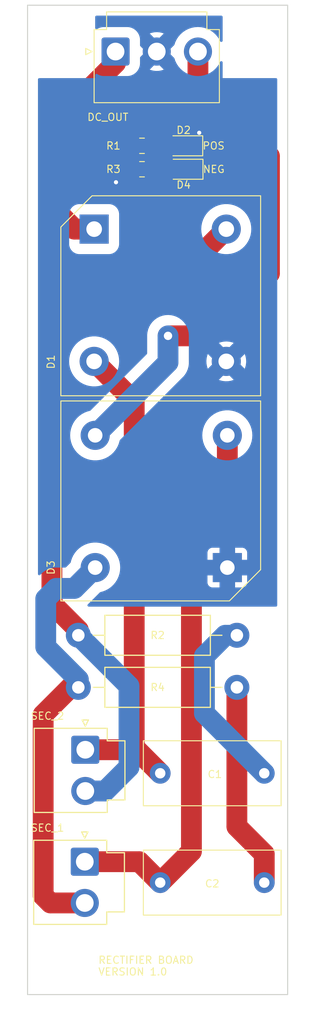
<source format=kicad_pcb>
(kicad_pcb (version 20211014) (generator pcbnew)
  (layers (0 "F.Cu" signal) (31 "B.Cu" signal) (34 "B.Paste" user) (35 "F.Paste" user) (36 "B.SilkS" user "B.Silkscreen") (37 "F.SilkS" user "F.Silkscreen") (38 "B.Mask" user) (39 "F.Mask" user) (44 "Edge.Cuts" user))
  (net 0 "")
  (net 1 "PGND")
  (net 2 "VPOUT")
  (net 3 "VPOS")
  (net 4 "VNEGNEG")
  (net 5 "Net-(C1-Pad2)")
  (net 6 "VMOUT")
  (net 7 "Net-(C2-Pad2)")
  (net 8 "Net-(D2-Pad2)")
  (net 9 "VNEG")
  (net 10 "VPOSNEG")
  (net 11 "Net-(D4-Pad2)")
  (footprint "LED_SMD:LED_0805_2012Metric_Pad1.15x1.40mm_HandSolder" (layer "F.Cu") (at 115 75.75 180)
    (fp_text reference "D4" (at 0 -1.5 unlocked) (layer "F.SilkS") (effects (font (size 0.7 0.7) (thickness 0.1))))
    (fp_text value "BLUE")
    (fp_line (start -1.86 -0.96) (end -1.86 0.96) (layer "F.SilkS") (width 0.1))
    (fp_line (start -1.86 0.96) (end 1 0.96) (layer "F.SilkS") (width 0.1))
    (fp_line (start 1 -0.96) (end -1.86 -0.96) (layer "F.SilkS") (width 0.1))
    (pad "1" smd roundrect (at -1.025 0 180) (size 1.15 1.4) (layers "F.Cu" "F.Paste" "F.Mask") (roundrect_rratio 0.2173913043) (net 6 "VMOUT"))
    (pad "2" smd roundrect (at 1.025 0 180) (size 1.15 1.4) (layers "F.Cu" "F.Paste" "F.Mask") (roundrect_rratio 0.2173913043) (net 11 "Net-(D4-Pad2)"))
  )
  (footprint "MountingHole:MountingHole_3.2mm_M3" (layer "F.Cu") (at 122.5 63)
    (fp_text reference "H4" hide)
    (fp_text value "MountingHole")
    (pad "" np_thru_hole circle (at 0 0) (size 3.2 3.2) (drill 3.2) (layers *.Cu *.Mask))
  )
  (footprint "Connector_JST:JST_VH_B2P-VH-B_1x02_P3.96mm_Vertical" (layer "F.Cu") (at 105.5 142.2425 -90)
    (fp_text reference "J3" hide)
    (fp_text value "Conn_01x02_Male")
    (fp_line (start 4.82 -2.11) (end 6.02 -2.11) (layer "F.SilkS") (width 0.12))
    (fp_line (start 6.02 -2.11) (end 6.02 4.91) (layer "F.SilkS") (width 0.12))
    (fp_line (start 6.02 4.91) (end -2.06 4.91) (layer "F.SilkS") (width 0.12))
    (fp_line (start -2.06 -2.11) (end -0.86 -2.11) (layer "F.SilkS") (width 0.12))
    (fp_line (start -0.86 -3.81) (end 4.82 -3.81) (layer "F.SilkS") (width 0.12))
    (fp_line (start -2.86 -0.3) (end -2.26 0) (layer "F.SilkS") (width 0.12))
    (fp_line (start -2.06 4.91) (end -2.06 -2.11) (layer "F.SilkS") (width 0.12))
    (fp_line (start -2.26 0) (end -2.86 0.3) (layer "F.SilkS") (width 0.12))
    (fp_line (start -2.86 0.3) (end -2.86 -0.3) (layer "F.SilkS") (width 0.12))
    (fp_line (start -0.86 -2.11) (end -0.86 -3.81) (layer "F.SilkS") (width 0.12))
    (fp_line (start 4.82 -3.81) (end 4.82 -2.11) (layer "F.SilkS") (width 0.12))
    (pad "1" thru_hole roundrect (at 0 0 270) (size 2.7 2.7) (drill 1.7) (layers *.Cu *.Mask) (roundrect_rratio 0.09259296296) (net 9 "VNEG"))
    (pad "2" thru_hole circle (at 3.96 0 270) (size 2.7 2.7) (drill 1.7) (layers *.Cu *.Mask) (net 4 "VNEGNEG"))
  )
  (footprint "MountingHole:MountingHole_3.2mm_M3" (layer "F.Cu") (at 102.5 152.5)
    (fp_text reference "H2" hide)
    (fp_text value "MountingHole")
    (pad "" np_thru_hole circle (at 0 0) (size 3.2 3.2) (drill 3.2) (layers *.Cu *.Mask))
  )
  (footprint "Resistor_THT:R_Axial_DIN0411_L9.9mm_D3.6mm_P15.24mm_Horizontal" (layer "F.Cu") (at 120.12 120.5 180)
    (fp_text reference "R2" (at 7.62 0 unlocked) (layer "F.SilkS") (effects (font (size 0.7 0.7) (thickness 0.1))))
    (fp_text value "10R")
    (fp_line (start 12.69 -1.92) (end 2.55 -1.92) (layer "F.SilkS") (width 0.12))
    (fp_line (start 2.55 1.92) (end 12.69 1.92) (layer "F.SilkS") (width 0.12))
    (fp_line (start 2.55 -1.92) (end 2.55 1.92) (layer "F.SilkS") (width 0.12))
    (fp_line (start 1.44 0) (end 2.55 0) (layer "F.SilkS") (width 0.12))
    (fp_line (start 12.69 1.92) (end 12.69 -1.92) (layer "F.SilkS") (width 0.12))
    (fp_line (start 13.8 0) (end 12.69 0) (layer "F.SilkS") (width 0.12))
    (pad "1" thru_hole circle (at 0 0 180) (size 2.4 2.4) (drill 1.2) (layers *.Cu *.Mask) (net 5 "Net-(C1-Pad2)"))
    (pad "2" thru_hole oval (at 15.24 0 180) (size 2.4 2.4) (drill 1.2) (layers *.Cu *.Mask) (net 10 "VPOSNEG"))
  )
  (footprint "Capacitor_THT:C_Rect_L13.0mm_W6.0mm_P10.00mm_FKS3_FKP3_MKS4" (layer "F.Cu") (at 112.75 133.75)
    (fp_text reference "C1" (at 5.25 0.1 unlocked) (layer "F.SilkS") (effects (font (size 0.7 0.7) (thickness 0.1))))
    (fp_text value "100N")
    (fp_line (start -1.62 -3.12) (end -1.62 3.12) (layer "F.SilkS") (width 0.1))
    (fp_line (start -1.62 -3.12) (end 11.62 -3.12) (layer "F.SilkS") (width 0.1))
    (fp_line (start 11.62 -3.12) (end 11.62 3.12) (layer "F.SilkS") (width 0.1))
    (fp_line (start -1.62 3.12) (end 11.62 3.12) (layer "F.SilkS") (width 0.1))
    (pad "1" thru_hole circle (at 0 0) (size 2 2) (drill 1) (layers *.Cu *.Mask) (net 3 "VPOS"))
    (pad "2" thru_hole circle (at 10 0) (size 2 2) (drill 1) (layers *.Cu *.Mask) (net 5 "Net-(C1-Pad2)"))
  )
  (footprint "Connector_JST:JST_VH_B2P-VH-B_1x02_P3.96mm_Vertical" (layer "F.Cu") (at 105.55 131.4925 -90)
    (fp_text reference "J2" hide)
    (fp_text value "Conn_01x02_Male")
    (fp_line (start -0.86 -3.81) (end 4.82 -3.81) (layer "F.SilkS") (width 0.12))
    (fp_line (start -2.06 -2.11) (end -0.86 -2.11) (layer "F.SilkS") (width 0.12))
    (fp_line (start -2.86 -0.3) (end -2.26 0) (layer "F.SilkS") (width 0.12))
    (fp_line (start 6.02 4.91) (end -2.06 4.91) (layer "F.SilkS") (width 0.12))
    (fp_line (start 6.02 -2.11) (end 6.02 4.91) (layer "F.SilkS") (width 0.12))
    (fp_line (start -2.26 0) (end -2.86 0.3) (layer "F.SilkS") (width 0.12))
    (fp_line (start 4.82 -2.11) (end 6.02 -2.11) (layer "F.SilkS") (width 0.12))
    (fp_line (start -2.86 0.3) (end -2.86 -0.3) (layer "F.SilkS") (width 0.12))
    (fp_line (start -2.06 4.91) (end -2.06 -2.11) (layer "F.SilkS") (width 0.12))
    (fp_line (start 4.82 -3.81) (end 4.82 -2.11) (layer "F.SilkS") (width 0.12))
    (fp_line (start -0.86 -2.11) (end -0.86 -3.81) (layer "F.SilkS") (width 0.12))
    (pad "1" thru_hole roundrect (at 0 0 270) (size 2.7 2.7) (drill 1.7) (layers *.Cu *.Mask) (roundrect_rratio 0.09259296296) (net 3 "VPOS"))
    (pad "2" thru_hole circle (at 3.96 0 270) (size 2.7 2.7) (drill 1.7) (layers *.Cu *.Mask) (net 10 "VPOSNEG"))
  )
  (footprint "Resistor_SMD:R_0805_2012Metric_Pad1.20x1.40mm_HandSolder" (layer "F.Cu") (at 111 75.75)
    (fp_text reference "R3" (at -2.75 0 unlocked) (layer "F.SilkS") (effects (font (size 0.7 0.7) (thickness 0.1))))
    (fp_text value "9.1K")
    (fp_line (start -0.227064 0.735) (end 0.227064 0.735) (layer "F.SilkS") (width 0.1))
    (fp_line (start -0.227064 -0.735) (end 0.227064 -0.735) (layer "F.SilkS") (width 0.1))
    (pad "1" smd roundrect (at -1 0) (size 1.2 1.4) (layers "F.Cu" "F.Paste" "F.Mask") (roundrect_rratio 0.2083333333) (net 1 "PGND"))
    (pad "2" smd roundrect (at 1 0) (size 1.2 1.4) (layers "F.Cu" "F.Paste" "F.Mask") (roundrect_rratio 0.2083333333) (net 11 "Net-(D4-Pad2)"))
  )
  (footprint "Resistor_SMD:R_0805_2012Metric_Pad1.20x1.40mm_HandSolder" (layer "F.Cu") (at 111 73.5)
    (fp_text reference "R1" (at -2.75 0 unlocked) (layer "F.SilkS") (effects (font (size 0.7 0.7) (thickness 0.1))))
    (fp_text value "9.1K")
    (fp_line (start -0.227064 -0.735) (end 0.227064 -0.735) (layer "F.SilkS") (width 0.1))
    (fp_line (start -0.227064 0.735) (end 0.227064 0.735) (layer "F.SilkS") (width 0.1))
    (pad "1" smd roundrect (at -1 0) (size 1.2 1.4) (layers "F.Cu" "F.Paste" "F.Mask") (roundrect_rratio 0.2083333333) (net 2 "VPOUT"))
    (pad "2" smd roundrect (at 1 0) (size 1.2 1.4) (layers "F.Cu" "F.Paste" "F.Mask") (roundrect_rratio 0.2083333333) (net 8 "Net-(D2-Pad2)"))
  )
  (footprint "Capacitor_THT:C_Rect_L13.0mm_W6.0mm_P10.00mm_FKS3_FKP3_MKS4" (layer "F.Cu") (at 112.75 144.25)
    (fp_text reference "C2" (at 5 0.1 unlocked) (layer "F.SilkS") (effects (font (size 0.7 0.7) (thickness 0.1))))
    (fp_text value "100N")
    (fp_line (start -1.62 3.12) (end 11.62 3.12) (layer "F.SilkS") (width 0.1))
    (fp_line (start -1.62 -3.12) (end -1.62 3.12) (layer "F.SilkS") (width 0.1))
    (fp_line (start 11.62 -3.12) (end 11.62 3.12) (layer "F.SilkS") (width 0.1))
    (fp_line (start -1.62 -3.12) (end 11.62 -3.12) (layer "F.SilkS") (width 0.1))
    (pad "1" thru_hole circle (at 0 0) (size 2 2) (drill 1) (layers *.Cu *.Mask) (net 9 "VNEG"))
    (pad "2" thru_hole circle (at 10 0) (size 2 2) (drill 1) (layers *.Cu *.Mask) (net 7 "Net-(C2-Pad2)"))
  )
  (footprint "Diode_THT:Diode_Bridge_19.0x19.0x6.8mm_P12.7mm" (layer "F.Cu") (at 106.4 81.5)
    (fp_text reference "D1" (at -4.15 12.75 90 unlocked) (layer "F.SilkS") (effects (font (size 0.7 0.7) (thickness 0.1))))
    (fp_text value "D_Bridge_+A-A")
    (fp_line (start -3.2 -0.2) (end -0.2 -3.2) (layer "F.SilkS") (width 0.1))
    (fp_line (start -3.2 16) (end -3.2 -0.2) (layer "F.SilkS") (width 0.1))
    (fp_line (start 16 16) (end -3.2 16) (layer "F.SilkS") (width 0.1))
    (fp_line (start -0.2 -3.2) (end 16 -3.2) (layer "F.SilkS") (width 0.1))
    (fp_line (start 16 -3.2) (end 16 16) (layer "F.SilkS") (width 0.1))
    (pad "1" thru_hole rect (at 0 0 180) (size 2.8 2.8) (drill 1.5) (layers *.Cu *.Mask) (net 2 "VPOUT"))
    (pad "2" thru_hole circle (at 0 12.7 180) (size 2.8 2.8) (drill 1.5) (layers *.Cu *.Mask) (net 3 "VPOS"))
    (pad "3" thru_hole circle (at 12.7 12.7 180) (size 2.8 2.8) (drill 1.5) (layers *.Cu *.Mask) (net 1 "PGND"))
    (pad "4" thru_hole circle (at 12.7 0 180) (size 2.8 2.8) (drill 1.5) (layers *.Cu *.Mask) (net 10 "VPOSNEG"))
  )
  (footprint "Diode_THT:Diode_Bridge_19.0x19.0x6.8mm_P12.7mm" (layer "F.Cu") (at 119.2 114 180)
    (fp_text reference "D3" (at 16.95 0 90 unlocked) (layer "F.SilkS") (effects (font (size 0.7 0.7) (thickness 0.1))))
    (fp_text value "D_Bridge_+A-A")
    (fp_line (start -0.2 -3.2) (end 16 -3.2) (layer "F.SilkS") (width 0.1))
    (fp_line (start -3.2 -0.2) (end -0.2 -3.2) (layer "F.SilkS") (width 0.1))
    (fp_line (start 16 16) (end -3.2 16) (layer "F.SilkS") (width 0.1))
    (fp_line (start -3.2 16) (end -3.2 -0.2) (layer "F.SilkS") (width 0.1))
    (fp_line (start 16 -3.2) (end 16 16) (layer "F.SilkS") (width 0.1))
    (pad "1" thru_hole rect (at 0 0) (size 2.8 2.8) (drill 1.4) (layers *.Cu *.Mask) (net 1 "PGND"))
    (pad "2" thru_hole circle (at 0 12.7) (size 2.8 2.8) (drill 1.4) (layers *.Cu *.Mask) (net 9 "VNEG"))
    (pad "3" thru_hole circle (at 12.7 12.7) (size 2.8 2.8) (drill 1.4) (layers *.Cu *.Mask) (net 6 "VMOUT"))
    (pad "4" thru_hole circle (at 12.7 0) (size 2.8 2.8) (drill 1.4) (layers *.Cu *.Mask) (net 4 "VNEGNEG"))
  )
  (footprint "LED_SMD:LED_0805_2012Metric_Pad1.15x1.40mm_HandSolder" (layer "F.Cu") (at 114.975 73.5 180)
    (fp_text reference "D2" (at -0.025 1.5 unlocked) (layer "F.SilkS") (effects (font (size 0.7 0.7) (thickness 0.1))))
    (fp_text value "YELLOW")
    (fp_line (start -1.86 -0.96) (end -1.86 0.96) (layer "F.SilkS") (width 0.1))
    (fp_line (start 1 -0.96) (end -1.86 -0.96) (layer "F.SilkS") (width 0.1))
    (fp_line (start -1.86 0.96) (end 1 0.96) (layer "F.SilkS") (width 0.1))
    (pad "1" smd roundrect (at -1.025 0 180) (size 1.15 1.4) (layers "F.Cu" "F.Paste" "F.Mask") (roundrect_rratio 0.2173913043) (net 1 "PGND"))
    (pad "2" smd roundrect (at 1.025 0 180) (size 1.15 1.4) (layers "F.Cu" "F.Paste" "F.Mask") (roundrect_rratio 0.2173913043) (net 8 "Net-(D2-Pad2)"))
  )
  (footprint "MountingHole:MountingHole_3mm" (layer "F.Cu") (at 122.5 153)
    (fp_text reference "H1" hide)
    (fp_text value "MountingHole")
    (pad "" np_thru_hole circle (at 0 0) (size 3 3) (drill 3) (layers *.Cu *.Mask))
  )
  (footprint "Connector_JST:JST_VH_B3P-VH_1x03_P3.96mm_Vertical" (layer "F.Cu") (at 108.4575 64.45)
    (fp_text reference "J1" hide)
    (fp_text value "Conn_01x03_Male")
    (fp_line (start -2.86 -0.3) (end -2.26 0) (layer "F.SilkS") (width 0.1))
    (fp_line (start 8.78 -3.81) (end 8.78 -2.11) (layer "F.SilkS") (width 0.1))
    (fp_line (start -2.06 -2.11) (end -0.86 -2.11) (layer "F.SilkS") (width 0.1))
    (fp_line (start 9.98 4.91) (end -2.06 4.91) (layer "F.SilkS") (width 0.1))
    (fp_line (start -2.06 4.91) (end -2.06 -2.11) (layer "F.SilkS") (width 0.1))
    (fp_line (start -2.86 0.3) (end -2.86 -0.3) (layer "F.SilkS") (width 0.1))
    (fp_line (start -2.26 0) (end -2.86 0.3) (layer "F.SilkS") (width 0.1))
    (fp_line (start 8.78 -2.11) (end 9.98 -2.11) (layer "F.SilkS") (width 0.1))
    (fp_line (start 9.98 -2.11) (end 9.98 4.91) (layer "F.SilkS") (width 0.1))
    (fp_line (start -0.86 -2.11) (end -0.86 -3.81) (layer "F.SilkS") (width 0.1))
    (fp_line (start -0.86 -3.81) (end 8.78 -3.81) (layer "F.SilkS") (width 0.1))
    (pad "1" thru_hole roundrect (at 0 0) (size 2.7 2.7) (drill 1.7) (layers *.Cu *.Mask) (roundrect_rratio 0.09259296296) (net 2 "VPOUT"))
    (pad "2" thru_hole circle (at 3.96 0) (size 2.7 2.7) (drill 1.7) (layers *.Cu *.Mask) (net 1 "PGND"))
    (pad "3" thru_hole circle (at 7.92 0) (size 2.7 2.7) (drill 1.7) (layers *.Cu *.Mask) (net 6 "VMOUT"))
  )
  (footprint "Resistor_THT:R_Axial_DIN0411_L9.9mm_D3.6mm_P15.24mm_Horizontal" (layer "F.Cu") (at 120.12 125.5 180)
    (fp_text reference "R4" (at 7.62 0 unlocked) (layer "F.SilkS") (effects (font (size 0.7 0.7) (thickness 0.1))))
    (fp_text value "10R")
    (fp_line (start 12.69 -1.92) (end 2.55 -1.92) (layer "F.SilkS") (width 0.12))
    (fp_line (start 2.55 1.92) (end 12.69 1.92) (layer "F.SilkS") (width 0.12))
    (fp_line (start 12.69 1.92) (end 12.69 -1.92) (layer "F.SilkS") (width 0.12))
    (fp_line (start 2.55 -1.92) (end 2.55 1.92) (layer "F.SilkS") (width 0.12))
    (fp_line (start 1.44 0) (end 2.55 0) (layer "F.SilkS") (width 0.12))
    (fp_line (start 13.8 0) (end 12.69 0) (layer "F.SilkS") (width 0.12))
    (pad "1" thru_hole circle (at 0 0 180) (size 2.4 2.4) (drill 1.2) (layers *.Cu *.Mask) (net 7 "Net-(C2-Pad2)"))
    (pad "2" thru_hole oval (at 15.24 0 180) (size 2.4 2.4) (drill 1.2) (layers *.Cu *.Mask) (net 4 "VNEGNEG"))
  )
  (footprint "MountingHole:MountingHole_3mm" (layer "F.Cu") (at 102.5 63)
    (fp_text reference "H3" hide)
    (fp_text value "MountingHole")
    (pad "" np_thru_hole circle (at 0 0) (size 3 3) (drill 3) (layers *.Cu *.Mask))
  )
  (gr_line (start 125 60) (end 100 60) (layer "Edge.Cuts") (width 0.1))
  (gr_line (start 125 60) (end 125 155) (layer "Edge.Cuts") (width 0.1))
  (gr_line (start 125 155) (end 100 155) (layer "Edge.Cuts") (width 0.1))
  (gr_line (start 100 60) (end 100 155) (layer "Edge.Cuts") (width 0.1))
  (gr_text "RECTIFIER BOARD\nVERSION 1.0" (at 106.75 152.25) (layer "F.SilkS") (effects (font (size 0.7 0.7) (thickness 0.1)) (justify left)))
  (gr_text "DC_OUT" (at 109.75 70.75) (layer "F.SilkS") (effects (font (size 0.7 0.7) (thickness 0.1)) (justify right)))
  (gr_text "SEC_2" (at 100.25 128.25) (layer "F.SilkS") (effects (font (size 0.7 0.7) (thickness 0.1)) (justify left)))
  (gr_text "POS" (at 119 73.5) (layer "F.SilkS") (effects (font (size 0.7 0.7) (thickness 0.1)) (justify right)))
  (gr_text "SEC_1" (at 100.25 139) (layer "F.SilkS") (effects (font (size 0.7 0.7) (thickness 0.1)) (justify left)))
  (gr_text "NEG\n" (at 119 75.75) (layer "F.SilkS") (effects (font (size 0.7 0.7) (thickness 0.1)) (justify right)))
  (segment (start 109.75 75.75) (end 108.5 77) (width 0.4) (layer "F.Cu") (net 1))
  (segment (start 116 73.5) (end 116 72.75) (width 0.4) (layer "F.Cu") (net 1))
  (segment (start 116 72.75) (end 116.5 72.25) (width 0.4) (layer "F.Cu") (net 1))
  (via (at 108.5 77) (size 0.8) (drill 0.4) (layers "F.Cu" "B.Cu") (net 1))
  (via (at 116.5 72.25) (size 0.8) (drill 0.4) (layers "F.Cu" "B.Cu") (net 1))
  (segment (start 110 73.5) (end 106 69.5) (width 0.4) (layer "F.Cu") (net 2))
  (segment (start 103 71) (end 103 80) (width 2) (layer "F.Cu") (net 2))
  (segment (start 108.4575 64.45) (end 108.4575 65.5425) (width 2) (layer "F.Cu") (net 2))
  (segment (start 103 71) (end 108.4575 65.5425) (width 2) (layer "F.Cu") (net 2))
  (segment (start 103 80) (end 104.5 81.5) (width 2) (layer "F.Cu") (net 2))
  (segment (start 104.5 81.5) (end 106.4 81.5) (width 2) (layer "F.Cu") (net 2))
  (segment (start 110.4925 131.4925) (end 105.55 131.4925) (width 2) (layer "F.Cu") (net 3))
  (segment (start 110.25 131.25) (end 110.4925 131.4925) (width 2) (layer "F.Cu") (net 3))
  (segment (start 110.25 98.05) (end 110.25 131.25) (width 2) (layer "F.Cu") (net 3))
  (segment (start 112.75 133.75) (end 110.4925 131.4925) (width 2) (layer "F.Cu") (net 3))
  (segment (start 106.4 94.2) (end 110.25 98.05) (width 2) (layer "F.Cu") (net 3))
  (segment (start 102.2025 146.2025) (end 101.5 145.5) (width 2) (layer "F.Cu") (net 4))
  (segment (start 101.5 128.13) (end 104.88 124.75) (width 2) (layer "F.Cu") (net 4))
  (segment (start 101.5 145.5) (end 101.5 128.13) (width 2) (layer "F.Cu") (net 4))
  (segment (start 105.5 146.2025) (end 102.2025 146.2025) (width 2) (layer "F.Cu") (net 4))
  (segment (start 104.88 124.75) (end 104.88 125.5) (width 2) (layer "B.Cu") (net 4))
  (segment (start 104.5 116) (end 102.75 116) (width 2) (layer "B.Cu") (net 4))
  (segment (start 101.75 117) (end 101.75 121.62) (width 2) (layer "B.Cu") (net 4))
  (segment (start 106.5 114) (end 104.5 116) (width 2) (layer "B.Cu") (net 4))
  (segment (start 102.75 116) (end 101.75 117) (width 2) (layer "B.Cu") (net 4))
  (segment (start 101.75 121.62) (end 104.88 124.75) (width 2) (layer "B.Cu") (net 4))
  (segment (start 117 122.5) (end 119 120.5) (width 2) (layer "B.Cu") (net 5))
  (segment (start 119 120.5) (end 120.12 120.5) (width 2) (layer "B.Cu") (net 5))
  (segment (start 117 128) (end 117 122.5) (width 2) (layer "B.Cu") (net 5))
  (segment (start 122.75 133.75) (end 117 128) (width 2) (layer "B.Cu") (net 5))
  (segment (start 122.875 74.125) (end 123.25 74.5) (width 2) (layer "F.Cu") (net 6))
  (segment (start 123.25 85.75) (end 122.75 86.25) (width 2) (layer "F.Cu") (net 6))
  (segment (start 116.3775 64.45) (end 116.3775 67.6275) (width 2) (layer "F.Cu") (net 6))
  (segment (start 117.25 91.75) (end 113.5 91.75) (width 2) (layer "F.Cu") (net 6))
  (segment (start 123.25 74.5) (end 123.25 85.75) (width 2) (layer "F.Cu") (net 6))
  (segment (start 116.025 75.75) (end 121.25 75.75) (width 0.4) (layer "F.Cu") (net 6))
  (segment (start 121.25 75.75) (end 122.875 74.125) (width 0.4) (layer "F.Cu") (net 6))
  (segment (start 122.75 86.25) (end 117.25 91.75) (width 2) (layer "F.Cu") (net 6))
  (segment (start 116.3775 67.6275) (end 122.875 74.125) (width 2) (layer "F.Cu") (net 6))
  (via (at 113.5 91.75) (size 1.5) (drill 0.8) (layers "F.Cu" "B.Cu") (net 6))
  (segment (start 113.5 91.75) (end 113.5 94.3) (width 2) (layer "B.Cu") (net 6))
  (segment (start 113.5 94.3) (end 106.5 101.3) (width 2) (layer "B.Cu") (net 6))
  (segment (start 122.75 141.5) (end 122.75 144.25) (width 2) (layer "F.Cu") (net 7))
  (segment (start 120.12 125.5) (end 120.12 138.87) (width 2) (layer "F.Cu") (net 7))
  (segment (start 120.12 138.87) (end 122.75 141.5) (width 2) (layer "F.Cu") (net 7))
  (segment (start 113.95 73.5) (end 112 73.5) (width 0.4) (layer "F.Cu") (net 8))
  (segment (start 115.75 141.25) (end 112.75 144.25) (width 2) (layer "F.Cu") (net 9))
  (segment (start 119.2 101.3) (end 119.2 105.3) (width 2) (layer "F.Cu") (net 9))
  (segment (start 119.2 105.3) (end 115.75 108.75) (width 2) (layer "F.Cu") (net 9))
  (segment (start 105.5 142.2425) (end 110.7425 142.2425) (width 2) (layer "F.Cu") (net 9))
  (segment (start 110.7425 142.2425) (end 112.75 144.25) (width 2) (layer "F.Cu") (net 9))
  (segment (start 115.75 108.75) (end 115.75 141.25) (width 2) (layer "F.Cu") (net 9))
  (segment (start 114.1 86.5) (end 119.1 81.5) (width 2) (layer "F.Cu") (net 10))
  (segment (start 104.88 120) (end 102.34 117.46) (width 2) (layer "F.Cu") (net 10))
  (segment (start 102.34 117.46) (end 102.34 88.41) (width 2) (layer "F.Cu") (net 10))
  (segment (start 104.88 120.5) (end 104.88 120) (width 2) (layer "F.Cu") (net 10))
  (segment (start 104.25 86.5) (end 114.1 86.5) (width 2) (layer "F.Cu") (net 10))
  (segment (start 102.34 88.41) (end 104.25 86.5) (width 2) (layer "F.Cu") (net 10))
  (segment (start 105.55 135.4525) (end 107.459188 135.4525) (width 2) (layer "B.Cu") (net 10))
  (segment (start 109.75 133.161688) (end 109.75 125.37) (width 2) (layer "B.Cu") (net 10))
  (segment (start 107.459188 135.4525) (end 109.75 133.161688) (width 2) (layer "B.Cu") (net 10))
  (segment (start 109.75 125.37) (end 104.88 120.5) (width 2) (layer "B.Cu") (net 10))
  (segment (start 113.975 75.75) (end 112 75.75) (width 0.4) (layer "F.Cu") (net 11))
  (zone (net 1) (net_name "PGND") (layer "B.Cu") (connect_pads (clearance 1)) (min_thickness 0.254) (fill yes (thermal_gap 0.508) (thermal_bridge_width 1.5))
    (polygon (pts (xy 118.75 67) (xy 126.25 67) (xy 126.25 117.75) (xy 119 117.75) (xy 119 117.75) (xy 106.25 117.75) (xy 106.25 117.75) (xy 98.5 117.75) (xy 98.5 67) (xy 106.5 67) (xy 106.5 59.5) (xy 118.75 59.5)))
  )
)
</source>
